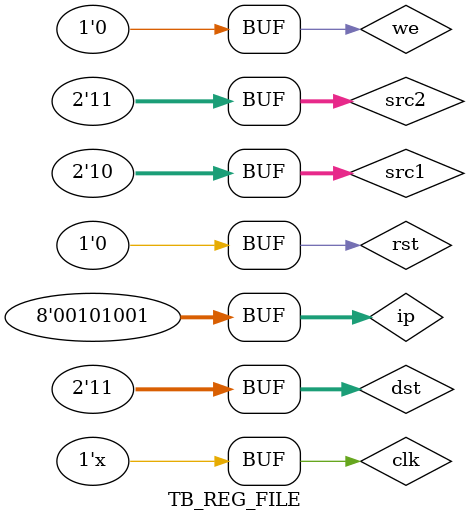
<source format=v>
`timescale 1ns / 1ps


module TB_REG_FILE;

	// Inputs
	reg [1:0] src1;
	reg [1:0] src2;
	reg [1:0] dst;
	reg [7:0] ip;
	reg clk;
	reg rst;
	reg we;

	// Outputs
	wire [7:0] op1;
	wire [7:0] op2;

	// Instantiate the Unit Under Test (UUT)
	Reg_file uut (
		.src1(src1), 
		.src2(src2), 
		.dst(dst), 
		.ip(ip), 
		.clk(clk), 
		.rst(rst), 
		.we(we), 
		.op1(op1), 
		.op2(op2)
	);

	initial begin
		// Initialize Inputs
		src1 = 0;
		src2 = 0;
		dst = 0;
		ip = 0;
		clk = 0;
		rst = 0;
		we = 0;

		// Wait 100 ns for global reset to finish
		#100;
        dst = 0;
		ip = 11;
		we = 1;
		rst = 0;
		
		#20;
		
		dst = 1;
		ip = 21;
		we = 1;
		rst = 1;
		
		#20;
		
		dst = 2;
		ip = 31;
		we = 1;
		rst = 0;
		
		#20;
		
		dst = 3;
		ip = 41;
		we = 1;
		rst = 0;
		
		#20;
		
		src1 = 2;
		src2 = 3;
		we = 0;
		// Add stimulus here

	end
      always #10 clk =~clk;
endmodule


</source>
